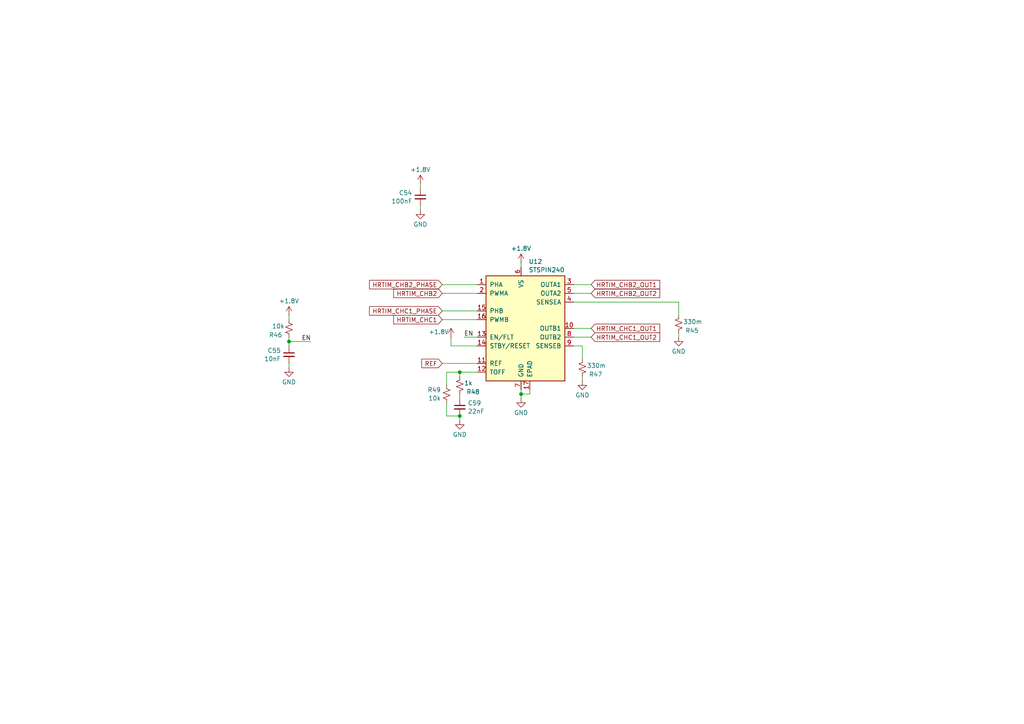
<source format=kicad_sch>
(kicad_sch
	(version 20231120)
	(generator "eeschema")
	(generator_version "8.0")
	(uuid "678b9aec-26bf-4f27-ba87-71e2ec76edda")
	(paper "A4")
	(lib_symbols
		(symbol "Device:C_Small"
			(pin_numbers hide)
			(pin_names
				(offset 0.254) hide)
			(exclude_from_sim no)
			(in_bom yes)
			(on_board yes)
			(property "Reference" "C"
				(at 0.254 1.778 0)
				(effects
					(font
						(size 1.27 1.27)
					)
					(justify left)
				)
			)
			(property "Value" "C_Small"
				(at 0.254 -2.032 0)
				(effects
					(font
						(size 1.27 1.27)
					)
					(justify left)
				)
			)
			(property "Footprint" ""
				(at 0 0 0)
				(effects
					(font
						(size 1.27 1.27)
					)
					(hide yes)
				)
			)
			(property "Datasheet" "~"
				(at 0 0 0)
				(effects
					(font
						(size 1.27 1.27)
					)
					(hide yes)
				)
			)
			(property "Description" "Unpolarized capacitor, small symbol"
				(at 0 0 0)
				(effects
					(font
						(size 1.27 1.27)
					)
					(hide yes)
				)
			)
			(property "ki_keywords" "capacitor cap"
				(at 0 0 0)
				(effects
					(font
						(size 1.27 1.27)
					)
					(hide yes)
				)
			)
			(property "ki_fp_filters" "C_*"
				(at 0 0 0)
				(effects
					(font
						(size 1.27 1.27)
					)
					(hide yes)
				)
			)
			(symbol "C_Small_0_1"
				(polyline
					(pts
						(xy -1.524 -0.508) (xy 1.524 -0.508)
					)
					(stroke
						(width 0.3302)
						(type default)
					)
					(fill
						(type none)
					)
				)
				(polyline
					(pts
						(xy -1.524 0.508) (xy 1.524 0.508)
					)
					(stroke
						(width 0.3048)
						(type default)
					)
					(fill
						(type none)
					)
				)
			)
			(symbol "C_Small_1_1"
				(pin passive line
					(at 0 2.54 270)
					(length 2.032)
					(name "~"
						(effects
							(font
								(size 1.27 1.27)
							)
						)
					)
					(number "1"
						(effects
							(font
								(size 1.27 1.27)
							)
						)
					)
				)
				(pin passive line
					(at 0 -2.54 90)
					(length 2.032)
					(name "~"
						(effects
							(font
								(size 1.27 1.27)
							)
						)
					)
					(number "2"
						(effects
							(font
								(size 1.27 1.27)
							)
						)
					)
				)
			)
		)
		(symbol "Device:R_Small_US"
			(pin_numbers hide)
			(pin_names
				(offset 0.254) hide)
			(exclude_from_sim no)
			(in_bom yes)
			(on_board yes)
			(property "Reference" "R"
				(at 0.762 0.508 0)
				(effects
					(font
						(size 1.27 1.27)
					)
					(justify left)
				)
			)
			(property "Value" "R_Small_US"
				(at 0.762 -1.016 0)
				(effects
					(font
						(size 1.27 1.27)
					)
					(justify left)
				)
			)
			(property "Footprint" ""
				(at 0 0 0)
				(effects
					(font
						(size 1.27 1.27)
					)
					(hide yes)
				)
			)
			(property "Datasheet" "~"
				(at 0 0 0)
				(effects
					(font
						(size 1.27 1.27)
					)
					(hide yes)
				)
			)
			(property "Description" "Resistor, small US symbol"
				(at 0 0 0)
				(effects
					(font
						(size 1.27 1.27)
					)
					(hide yes)
				)
			)
			(property "ki_keywords" "r resistor"
				(at 0 0 0)
				(effects
					(font
						(size 1.27 1.27)
					)
					(hide yes)
				)
			)
			(property "ki_fp_filters" "R_*"
				(at 0 0 0)
				(effects
					(font
						(size 1.27 1.27)
					)
					(hide yes)
				)
			)
			(symbol "R_Small_US_1_1"
				(polyline
					(pts
						(xy 0 0) (xy 1.016 -0.381) (xy 0 -0.762) (xy -1.016 -1.143) (xy 0 -1.524)
					)
					(stroke
						(width 0)
						(type default)
					)
					(fill
						(type none)
					)
				)
				(polyline
					(pts
						(xy 0 1.524) (xy 1.016 1.143) (xy 0 0.762) (xy -1.016 0.381) (xy 0 0)
					)
					(stroke
						(width 0)
						(type default)
					)
					(fill
						(type none)
					)
				)
				(pin passive line
					(at 0 2.54 270)
					(length 1.016)
					(name "~"
						(effects
							(font
								(size 1.27 1.27)
							)
						)
					)
					(number "1"
						(effects
							(font
								(size 1.27 1.27)
							)
						)
					)
				)
				(pin passive line
					(at 0 -2.54 90)
					(length 1.016)
					(name "~"
						(effects
							(font
								(size 1.27 1.27)
							)
						)
					)
					(number "2"
						(effects
							(font
								(size 1.27 1.27)
							)
						)
					)
				)
			)
		)
		(symbol "Driver_Motor:STSPIN240"
			(pin_names
				(offset 1.016)
			)
			(exclude_from_sim no)
			(in_bom yes)
			(on_board yes)
			(property "Reference" "U"
				(at -10.16 16.51 0)
				(effects
					(font
						(size 1.27 1.27)
					)
					(justify left)
				)
			)
			(property "Value" "STSPIN240"
				(at 5.08 16.51 0)
				(effects
					(font
						(size 1.27 1.27)
					)
					(justify left)
				)
			)
			(property "Footprint" "Package_DFN_QFN:VQFN-16-1EP_3x3mm_P0.5mm_EP1.8x1.8mm"
				(at 5.08 19.05 0)
				(effects
					(font
						(size 1.27 1.27)
					)
					(justify left)
					(hide yes)
				)
			)
			(property "Datasheet" "www.st.com/resource/en/datasheet/stspin240.pdf"
				(at 3.81 6.35 0)
				(effects
					(font
						(size 1.27 1.27)
					)
					(hide yes)
				)
			)
			(property "Description" "Low voltage dual brush DC motor driver, 1.8V to 10V input, 1.3Arms output, 0.4Ω Rdson per phase (typical), QFN-16 package"
				(at 0 0 0)
				(effects
					(font
						(size 1.27 1.27)
					)
					(hide yes)
				)
			)
			(property "ki_keywords" "motor driver dc brushed"
				(at 0 0 0)
				(effects
					(font
						(size 1.27 1.27)
					)
					(hide yes)
				)
			)
			(property "ki_fp_filters" "VQFN*1EP*3x3mm*P0.5mm*"
				(at 0 0 0)
				(effects
					(font
						(size 1.27 1.27)
					)
					(hide yes)
				)
			)
			(symbol "STSPIN240_0_1"
				(rectangle
					(start -10.16 15.24)
					(end 12.7 -15.24)
					(stroke
						(width 0.254)
						(type default)
					)
					(fill
						(type background)
					)
				)
			)
			(symbol "STSPIN240_1_1"
				(pin input line
					(at -12.7 12.7 0)
					(length 2.54)
					(name "PHA"
						(effects
							(font
								(size 1.27 1.27)
							)
						)
					)
					(number "1"
						(effects
							(font
								(size 1.27 1.27)
							)
						)
					)
				)
				(pin power_out line
					(at 15.24 0 180)
					(length 2.54)
					(name "OUTB1"
						(effects
							(font
								(size 1.27 1.27)
							)
						)
					)
					(number "10"
						(effects
							(font
								(size 1.27 1.27)
							)
						)
					)
				)
				(pin input line
					(at -12.7 -10.16 0)
					(length 2.54)
					(name "REF"
						(effects
							(font
								(size 1.27 1.27)
							)
						)
					)
					(number "11"
						(effects
							(font
								(size 1.27 1.27)
							)
						)
					)
				)
				(pin input line
					(at -12.7 -12.7 0)
					(length 2.54)
					(name "TOFF"
						(effects
							(font
								(size 1.27 1.27)
							)
						)
					)
					(number "12"
						(effects
							(font
								(size 1.27 1.27)
							)
						)
					)
				)
				(pin bidirectional line
					(at -12.7 -2.54 0)
					(length 2.54)
					(name "EN/FLT"
						(effects
							(font
								(size 1.27 1.27)
							)
						)
					)
					(number "13"
						(effects
							(font
								(size 1.27 1.27)
							)
						)
					)
				)
				(pin input line
					(at -12.7 -5.08 0)
					(length 2.54)
					(name "STBY/RESET"
						(effects
							(font
								(size 1.27 1.27)
							)
						)
					)
					(number "14"
						(effects
							(font
								(size 1.27 1.27)
							)
						)
					)
				)
				(pin input line
					(at -12.7 5.08 0)
					(length 2.54)
					(name "PHB"
						(effects
							(font
								(size 1.27 1.27)
							)
						)
					)
					(number "15"
						(effects
							(font
								(size 1.27 1.27)
							)
						)
					)
				)
				(pin input line
					(at -12.7 2.54 0)
					(length 2.54)
					(name "PWMB"
						(effects
							(font
								(size 1.27 1.27)
							)
						)
					)
					(number "16"
						(effects
							(font
								(size 1.27 1.27)
							)
						)
					)
				)
				(pin power_in line
					(at 2.54 -17.78 90)
					(length 2.54)
					(name "EPAD"
						(effects
							(font
								(size 1.27 1.27)
							)
						)
					)
					(number "17"
						(effects
							(font
								(size 1.27 1.27)
							)
						)
					)
				)
				(pin input line
					(at -12.7 10.16 0)
					(length 2.54)
					(name "PWMA"
						(effects
							(font
								(size 1.27 1.27)
							)
						)
					)
					(number "2"
						(effects
							(font
								(size 1.27 1.27)
							)
						)
					)
				)
				(pin power_out line
					(at 15.24 12.7 180)
					(length 2.54)
					(name "OUTA1"
						(effects
							(font
								(size 1.27 1.27)
							)
						)
					)
					(number "3"
						(effects
							(font
								(size 1.27 1.27)
							)
						)
					)
				)
				(pin power_out line
					(at 15.24 7.62 180)
					(length 2.54)
					(name "SENSEA"
						(effects
							(font
								(size 1.27 1.27)
							)
						)
					)
					(number "4"
						(effects
							(font
								(size 1.27 1.27)
							)
						)
					)
				)
				(pin power_out line
					(at 15.24 10.16 180)
					(length 2.54)
					(name "OUTA2"
						(effects
							(font
								(size 1.27 1.27)
							)
						)
					)
					(number "5"
						(effects
							(font
								(size 1.27 1.27)
							)
						)
					)
				)
				(pin power_in line
					(at 0 17.78 270)
					(length 2.54)
					(name "VS"
						(effects
							(font
								(size 1.27 1.27)
							)
						)
					)
					(number "6"
						(effects
							(font
								(size 1.27 1.27)
							)
						)
					)
				)
				(pin power_in line
					(at 0 -17.78 90)
					(length 2.54)
					(name "GND"
						(effects
							(font
								(size 1.27 1.27)
							)
						)
					)
					(number "7"
						(effects
							(font
								(size 1.27 1.27)
							)
						)
					)
				)
				(pin power_out line
					(at 15.24 -2.54 180)
					(length 2.54)
					(name "OUTB2"
						(effects
							(font
								(size 1.27 1.27)
							)
						)
					)
					(number "8"
						(effects
							(font
								(size 1.27 1.27)
							)
						)
					)
				)
				(pin power_out line
					(at 15.24 -5.08 180)
					(length 2.54)
					(name "SENSEB"
						(effects
							(font
								(size 1.27 1.27)
							)
						)
					)
					(number "9"
						(effects
							(font
								(size 1.27 1.27)
							)
						)
					)
				)
			)
		)
		(symbol "power:+1V8"
			(power)
			(pin_numbers hide)
			(pin_names
				(offset 0) hide)
			(exclude_from_sim no)
			(in_bom yes)
			(on_board yes)
			(property "Reference" "#PWR"
				(at 0 -3.81 0)
				(effects
					(font
						(size 1.27 1.27)
					)
					(hide yes)
				)
			)
			(property "Value" "+1V8"
				(at 0 3.556 0)
				(effects
					(font
						(size 1.27 1.27)
					)
				)
			)
			(property "Footprint" ""
				(at 0 0 0)
				(effects
					(font
						(size 1.27 1.27)
					)
					(hide yes)
				)
			)
			(property "Datasheet" ""
				(at 0 0 0)
				(effects
					(font
						(size 1.27 1.27)
					)
					(hide yes)
				)
			)
			(property "Description" "Power symbol creates a global label with name \"+1V8\""
				(at 0 0 0)
				(effects
					(font
						(size 1.27 1.27)
					)
					(hide yes)
				)
			)
			(property "ki_keywords" "global power"
				(at 0 0 0)
				(effects
					(font
						(size 1.27 1.27)
					)
					(hide yes)
				)
			)
			(symbol "+1V8_0_1"
				(polyline
					(pts
						(xy -0.762 1.27) (xy 0 2.54)
					)
					(stroke
						(width 0)
						(type default)
					)
					(fill
						(type none)
					)
				)
				(polyline
					(pts
						(xy 0 0) (xy 0 2.54)
					)
					(stroke
						(width 0)
						(type default)
					)
					(fill
						(type none)
					)
				)
				(polyline
					(pts
						(xy 0 2.54) (xy 0.762 1.27)
					)
					(stroke
						(width 0)
						(type default)
					)
					(fill
						(type none)
					)
				)
			)
			(symbol "+1V8_1_1"
				(pin power_in line
					(at 0 0 90)
					(length 0)
					(name "~"
						(effects
							(font
								(size 1.27 1.27)
							)
						)
					)
					(number "1"
						(effects
							(font
								(size 1.27 1.27)
							)
						)
					)
				)
			)
		)
		(symbol "power:GND"
			(power)
			(pin_numbers hide)
			(pin_names
				(offset 0) hide)
			(exclude_from_sim no)
			(in_bom yes)
			(on_board yes)
			(property "Reference" "#PWR"
				(at 0 -6.35 0)
				(effects
					(font
						(size 1.27 1.27)
					)
					(hide yes)
				)
			)
			(property "Value" "GND"
				(at 0 -3.81 0)
				(effects
					(font
						(size 1.27 1.27)
					)
				)
			)
			(property "Footprint" ""
				(at 0 0 0)
				(effects
					(font
						(size 1.27 1.27)
					)
					(hide yes)
				)
			)
			(property "Datasheet" ""
				(at 0 0 0)
				(effects
					(font
						(size 1.27 1.27)
					)
					(hide yes)
				)
			)
			(property "Description" "Power symbol creates a global label with name \"GND\" , ground"
				(at 0 0 0)
				(effects
					(font
						(size 1.27 1.27)
					)
					(hide yes)
				)
			)
			(property "ki_keywords" "global power"
				(at 0 0 0)
				(effects
					(font
						(size 1.27 1.27)
					)
					(hide yes)
				)
			)
			(symbol "GND_0_1"
				(polyline
					(pts
						(xy 0 0) (xy 0 -1.27) (xy 1.27 -1.27) (xy 0 -2.54) (xy -1.27 -1.27) (xy 0 -1.27)
					)
					(stroke
						(width 0)
						(type default)
					)
					(fill
						(type none)
					)
				)
			)
			(symbol "GND_1_1"
				(pin power_in line
					(at 0 0 270)
					(length 0)
					(name "~"
						(effects
							(font
								(size 1.27 1.27)
							)
						)
					)
					(number "1"
						(effects
							(font
								(size 1.27 1.27)
							)
						)
					)
				)
			)
		)
	)
	(junction
		(at 133.35 120.65)
		(diameter 0)
		(color 0 0 0 0)
		(uuid "42d6576e-fadb-4563-9fc6-3a42c8f7e3c8")
	)
	(junction
		(at 133.35 107.95)
		(diameter 0)
		(color 0 0 0 0)
		(uuid "667f0bd6-b12d-4faa-987f-927ccb27679f")
	)
	(junction
		(at 151.13 114.3)
		(diameter 0)
		(color 0 0 0 0)
		(uuid "b8536958-cabd-4320-bfca-2face8fcc9a7")
	)
	(junction
		(at 83.82 99.06)
		(diameter 0)
		(color 0 0 0 0)
		(uuid "d7e75411-1de3-452c-afc2-da1331c922c2")
	)
	(wire
		(pts
			(xy 151.13 76.2) (xy 151.13 77.47)
		)
		(stroke
			(width 0)
			(type default)
		)
		(uuid "0df78f29-7091-44f6-a730-ef372ed57675")
	)
	(wire
		(pts
			(xy 133.35 107.95) (xy 133.35 109.22)
		)
		(stroke
			(width 0)
			(type default)
		)
		(uuid "136b5161-d7ef-4375-aa91-e102651a4665")
	)
	(wire
		(pts
			(xy 168.91 100.33) (xy 166.37 100.33)
		)
		(stroke
			(width 0)
			(type default)
		)
		(uuid "154c620a-04df-4b2c-84d6-36da2c79bbea")
	)
	(wire
		(pts
			(xy 121.92 59.69) (xy 121.92 60.96)
		)
		(stroke
			(width 0)
			(type default)
		)
		(uuid "1ea7bd63-8734-448b-980b-014f4ca342f1")
	)
	(wire
		(pts
			(xy 133.35 114.3) (xy 133.35 115.57)
		)
		(stroke
			(width 0)
			(type default)
		)
		(uuid "2081ed10-af47-4487-84ed-017469b4fdb8")
	)
	(wire
		(pts
			(xy 128.27 92.71) (xy 138.43 92.71)
		)
		(stroke
			(width 0)
			(type default)
		)
		(uuid "24beaf91-e7d3-4e03-a638-690a46340679")
	)
	(wire
		(pts
			(xy 168.91 109.22) (xy 168.91 110.49)
		)
		(stroke
			(width 0)
			(type default)
		)
		(uuid "32926c58-e476-43b4-99b4-f50b1bd7289c")
	)
	(wire
		(pts
			(xy 83.82 99.06) (xy 83.82 100.33)
		)
		(stroke
			(width 0)
			(type default)
		)
		(uuid "3421b40e-45e7-4ac7-915c-5c46804131b9")
	)
	(wire
		(pts
			(xy 129.54 120.65) (xy 133.35 120.65)
		)
		(stroke
			(width 0)
			(type default)
		)
		(uuid "416fd5ac-a650-418e-931e-fcded8135e33")
	)
	(wire
		(pts
			(xy 128.27 90.17) (xy 138.43 90.17)
		)
		(stroke
			(width 0)
			(type default)
		)
		(uuid "424cc603-8d4e-4823-ae49-81b1618ee283")
	)
	(wire
		(pts
			(xy 168.91 104.14) (xy 168.91 100.33)
		)
		(stroke
			(width 0)
			(type default)
		)
		(uuid "48380410-9649-43e2-908f-c3ad67ad29b7")
	)
	(wire
		(pts
			(xy 151.13 113.03) (xy 151.13 114.3)
		)
		(stroke
			(width 0)
			(type default)
		)
		(uuid "5cf3c158-a797-45ff-8d5c-d0d1fafe3a22")
	)
	(wire
		(pts
			(xy 83.82 105.41) (xy 83.82 106.68)
		)
		(stroke
			(width 0)
			(type default)
		)
		(uuid "63b91a7c-7c95-4637-acd6-fcc77520c5dc")
	)
	(wire
		(pts
			(xy 196.85 87.63) (xy 196.85 91.44)
		)
		(stroke
			(width 0)
			(type default)
		)
		(uuid "6e4cef16-5184-4768-b13c-e683484dc67d")
	)
	(wire
		(pts
			(xy 129.54 107.95) (xy 133.35 107.95)
		)
		(stroke
			(width 0)
			(type default)
		)
		(uuid "7a2f5d6d-f89b-4009-be9b-50d00f32949b")
	)
	(wire
		(pts
			(xy 128.27 82.55) (xy 138.43 82.55)
		)
		(stroke
			(width 0)
			(type default)
		)
		(uuid "803c6951-769d-4787-a8a8-9d5548901c73")
	)
	(wire
		(pts
			(xy 121.92 53.34) (xy 121.92 54.61)
		)
		(stroke
			(width 0)
			(type default)
		)
		(uuid "81df2ca9-c94f-4f2b-a3c6-fd7d2f5cd330")
	)
	(wire
		(pts
			(xy 171.45 97.79) (xy 166.37 97.79)
		)
		(stroke
			(width 0)
			(type default)
		)
		(uuid "86b89144-a35d-4606-bee6-e66409accc8b")
	)
	(wire
		(pts
			(xy 138.43 97.79) (xy 134.62 97.79)
		)
		(stroke
			(width 0)
			(type default)
		)
		(uuid "87ebdfcb-394e-45c3-bb85-92d5e78fab56")
	)
	(wire
		(pts
			(xy 128.27 85.09) (xy 138.43 85.09)
		)
		(stroke
			(width 0)
			(type default)
		)
		(uuid "8e1f1e4d-a6da-4aa4-97a4-ceec37ac802b")
	)
	(wire
		(pts
			(xy 171.45 82.55) (xy 166.37 82.55)
		)
		(stroke
			(width 0)
			(type default)
		)
		(uuid "9073e5b9-c9af-4baa-b7cc-01e4e0e8170f")
	)
	(wire
		(pts
			(xy 133.35 107.95) (xy 138.43 107.95)
		)
		(stroke
			(width 0)
			(type default)
		)
		(uuid "af0d2cc6-489d-454c-9b05-ca897f917682")
	)
	(wire
		(pts
			(xy 130.81 100.33) (xy 138.43 100.33)
		)
		(stroke
			(width 0)
			(type default)
		)
		(uuid "b17469f9-4bfa-4158-bb7d-36070dad954a")
	)
	(wire
		(pts
			(xy 130.81 97.79) (xy 130.81 100.33)
		)
		(stroke
			(width 0)
			(type default)
		)
		(uuid "b99a87d4-af7a-4089-919c-45c7b3e63e22")
	)
	(wire
		(pts
			(xy 83.82 97.79) (xy 83.82 99.06)
		)
		(stroke
			(width 0)
			(type default)
		)
		(uuid "bab4188a-e630-4411-9ebd-0ebfae15cdb7")
	)
	(wire
		(pts
			(xy 171.45 85.09) (xy 166.37 85.09)
		)
		(stroke
			(width 0)
			(type default)
		)
		(uuid "bdd1b05d-dd6b-43d2-8213-f03d27a27000")
	)
	(wire
		(pts
			(xy 151.13 114.3) (xy 151.13 115.57)
		)
		(stroke
			(width 0)
			(type default)
		)
		(uuid "c05a63b7-2286-49ac-88b8-9c002ca85a9b")
	)
	(wire
		(pts
			(xy 196.85 87.63) (xy 166.37 87.63)
		)
		(stroke
			(width 0)
			(type default)
		)
		(uuid "c703d5d0-28ac-450a-9e81-ebc92b083f82")
	)
	(wire
		(pts
			(xy 128.27 105.41) (xy 138.43 105.41)
		)
		(stroke
			(width 0)
			(type default)
		)
		(uuid "d35195cc-7528-460d-9bc1-1c284727c64a")
	)
	(wire
		(pts
			(xy 129.54 116.84) (xy 129.54 120.65)
		)
		(stroke
			(width 0)
			(type default)
		)
		(uuid "df4c6b07-3cee-4d76-82ac-68278b1b2a0b")
	)
	(wire
		(pts
			(xy 83.82 91.44) (xy 83.82 92.71)
		)
		(stroke
			(width 0)
			(type default)
		)
		(uuid "e0f0e4df-3c11-491b-8c83-7b2feb1c5868")
	)
	(wire
		(pts
			(xy 153.67 114.3) (xy 153.67 113.03)
		)
		(stroke
			(width 0)
			(type default)
		)
		(uuid "e511d5ce-c0d6-4f17-bf9c-e17cd78b2211")
	)
	(wire
		(pts
			(xy 83.82 99.06) (xy 90.17 99.06)
		)
		(stroke
			(width 0)
			(type default)
		)
		(uuid "e535f119-b11d-44d9-8320-a66c01ce3ac1")
	)
	(wire
		(pts
			(xy 129.54 107.95) (xy 129.54 111.76)
		)
		(stroke
			(width 0)
			(type default)
		)
		(uuid "ea7df6dd-d206-4b50-ba0f-4867bd8d5e3c")
	)
	(wire
		(pts
			(xy 196.85 96.52) (xy 196.85 97.79)
		)
		(stroke
			(width 0)
			(type default)
		)
		(uuid "eedb8325-9b7d-43e3-aeb3-3c1bcc0fd479")
	)
	(wire
		(pts
			(xy 151.13 114.3) (xy 153.67 114.3)
		)
		(stroke
			(width 0)
			(type default)
		)
		(uuid "f25e5032-c755-44ef-8098-cb8f9e78830f")
	)
	(wire
		(pts
			(xy 171.45 95.25) (xy 166.37 95.25)
		)
		(stroke
			(width 0)
			(type default)
		)
		(uuid "f53cb537-a4c1-47fa-b30f-4b9840c5326a")
	)
	(wire
		(pts
			(xy 133.35 121.92) (xy 133.35 120.65)
		)
		(stroke
			(width 0)
			(type default)
		)
		(uuid "fcb6524b-ad1e-4656-ace8-fb400e227a7f")
	)
	(label "EN"
		(at 134.62 97.79 0)
		(fields_autoplaced yes)
		(effects
			(font
				(size 1.27 1.27)
			)
			(justify left bottom)
		)
		(uuid "2d735b23-4b75-4cc8-8522-77b72559e13e")
	)
	(label "EN"
		(at 90.17 99.06 180)
		(fields_autoplaced yes)
		(effects
			(font
				(size 1.27 1.27)
			)
			(justify right bottom)
		)
		(uuid "fc3e2e52-2328-484c-bc85-8e920ea7a8f4")
	)
	(global_label "HRTIM_CHB2_OUT2"
		(shape input)
		(at 171.45 85.09 0)
		(fields_autoplaced yes)
		(effects
			(font
				(size 1.27 1.27)
			)
			(justify left)
		)
		(uuid "07ab8e57-fd3a-4c25-9511-1406412afa5c")
		(property "Intersheetrefs" "${INTERSHEET_REFS}"
			(at 191.9128 85.09 0)
			(effects
				(font
					(size 1.27 1.27)
				)
				(justify left)
				(hide yes)
			)
		)
	)
	(global_label "HRTIM_CHC1"
		(shape input)
		(at 128.27 92.71 180)
		(fields_autoplaced yes)
		(effects
			(font
				(size 1.27 1.27)
			)
			(justify right)
		)
		(uuid "58b2eda6-4dac-4b30-9252-55102a16717b")
		(property "Intersheetrefs" "${INTERSHEET_REFS}"
			(at 113.6129 92.71 0)
			(effects
				(font
					(size 1.27 1.27)
				)
				(justify right)
				(hide yes)
			)
		)
	)
	(global_label "HRTIM_CHC1_OUT1"
		(shape input)
		(at 171.45 95.25 0)
		(fields_autoplaced yes)
		(effects
			(font
				(size 1.27 1.27)
			)
			(justify left)
		)
		(uuid "75c49061-8212-4cc6-9de1-55c38db7b3a6")
		(property "Intersheetrefs" "${INTERSHEET_REFS}"
			(at 191.9128 95.25 0)
			(effects
				(font
					(size 1.27 1.27)
				)
				(justify left)
				(hide yes)
			)
		)
	)
	(global_label "HRTIM_CHC1_PHASE"
		(shape input)
		(at 128.27 90.17 180)
		(fields_autoplaced yes)
		(effects
			(font
				(size 1.27 1.27)
			)
			(justify right)
		)
		(uuid "8b813cc2-a0aa-4d22-9809-183b5a09753d")
		(property "Intersheetrefs" "${INTERSHEET_REFS}"
			(at 106.5977 90.17 0)
			(effects
				(font
					(size 1.27 1.27)
				)
				(justify right)
				(hide yes)
			)
		)
	)
	(global_label "HRTIM_CHC1_OUT2"
		(shape input)
		(at 171.45 97.79 0)
		(fields_autoplaced yes)
		(effects
			(font
				(size 1.27 1.27)
			)
			(justify left)
		)
		(uuid "9a34a1ad-ebde-4a1e-8eeb-095cbf2b7b9a")
		(property "Intersheetrefs" "${INTERSHEET_REFS}"
			(at 191.9128 97.79 0)
			(effects
				(font
					(size 1.27 1.27)
				)
				(justify left)
				(hide yes)
			)
		)
	)
	(global_label "REF"
		(shape input)
		(at 128.27 105.41 180)
		(fields_autoplaced yes)
		(effects
			(font
				(size 1.27 1.27)
			)
			(justify right)
		)
		(uuid "a0dc2bc4-5b4f-4c18-86e8-8fa5de828bae")
		(property "Intersheetrefs" "${INTERSHEET_REFS}"
			(at 121.7772 105.41 0)
			(effects
				(font
					(size 1.27 1.27)
				)
				(justify right)
				(hide yes)
			)
		)
	)
	(global_label "HRTIM_CHB2_PHASE"
		(shape input)
		(at 128.27 82.55 180)
		(fields_autoplaced yes)
		(effects
			(font
				(size 1.27 1.27)
			)
			(justify right)
		)
		(uuid "a4881ba1-4837-43a5-b98c-30b78eaa4774")
		(property "Intersheetrefs" "${INTERSHEET_REFS}"
			(at 106.5977 82.55 0)
			(effects
				(font
					(size 1.27 1.27)
				)
				(justify right)
				(hide yes)
			)
		)
	)
	(global_label "HRTIM_CHB2_OUT1"
		(shape input)
		(at 171.45 82.55 0)
		(fields_autoplaced yes)
		(effects
			(font
				(size 1.27 1.27)
			)
			(justify left)
		)
		(uuid "a8c80823-3629-4787-a612-6a693a90ce91")
		(property "Intersheetrefs" "${INTERSHEET_REFS}"
			(at 191.9128 82.55 0)
			(effects
				(font
					(size 1.27 1.27)
				)
				(justify left)
				(hide yes)
			)
		)
	)
	(global_label "HRTIM_CHB2"
		(shape input)
		(at 128.27 85.09 180)
		(fields_autoplaced yes)
		(effects
			(font
				(size 1.27 1.27)
			)
			(justify right)
		)
		(uuid "b6dee8e1-f56e-4501-a1ed-fa3e6493b6f5")
		(property "Intersheetrefs" "${INTERSHEET_REFS}"
			(at 113.6129 85.09 0)
			(effects
				(font
					(size 1.27 1.27)
				)
				(justify right)
				(hide yes)
			)
		)
	)
	(symbol
		(lib_id "Device:R_Small_US")
		(at 133.35 111.76 0)
		(mirror y)
		(unit 1)
		(exclude_from_sim no)
		(in_bom yes)
		(on_board yes)
		(dnp no)
		(uuid "08d3599f-af0c-44bb-81d5-91e8f1f358cf")
		(property "Reference" "R48"
			(at 135.255 113.665 0)
			(effects
				(font
					(size 1.27 1.27)
				)
				(justify right)
			)
		)
		(property "Value" "1k"
			(at 134.62 111.125 0)
			(effects
				(font
					(size 1.27 1.27)
				)
				(justify right)
			)
		)
		(property "Footprint" "Resistor_SMD:R_0402_1005Metric"
			(at 133.35 111.76 0)
			(effects
				(font
					(size 1.27 1.27)
				)
				(hide yes)
			)
		)
		(property "Datasheet" "~"
			(at 133.35 111.76 0)
			(effects
				(font
					(size 1.27 1.27)
				)
				(hide yes)
			)
		)
		(property "Description" ""
			(at 133.35 111.76 0)
			(effects
				(font
					(size 1.27 1.27)
				)
				(hide yes)
			)
		)
		(property "LCSC" "C11702"
			(at 133.35 111.76 0)
			(effects
				(font
					(size 1.27 1.27)
				)
				(hide yes)
			)
		)
		(pin "1"
			(uuid "520cc536-f2af-4093-9c89-99c22b303949")
		)
		(pin "2"
			(uuid "6d27895e-5584-4a35-a191-ef74435461a2")
		)
		(instances
			(project "kasm_pcb_rev2"
				(path "/b88f3414-095b-412c-ac5e-63ceec91c7e6/2d3f9a94-2f4e-4d4f-b431-cd37d3bb57a3/400ba713-db52-4cf9-8d6d-3da940ba480c"
					(reference "R48")
					(unit 1)
				)
			)
		)
	)
	(symbol
		(lib_id "power:GND")
		(at 151.13 115.57 0)
		(unit 1)
		(exclude_from_sim no)
		(in_bom yes)
		(on_board yes)
		(dnp no)
		(uuid "0999cc4d-196e-43d7-9300-6dc4805e5618")
		(property "Reference" "#PWR0124"
			(at 151.13 121.92 0)
			(effects
				(font
					(size 1.27 1.27)
				)
				(hide yes)
			)
		)
		(property "Value" "GND"
			(at 151.13 119.7031 0)
			(effects
				(font
					(size 1.27 1.27)
				)
			)
		)
		(property "Footprint" ""
			(at 151.13 115.57 0)
			(effects
				(font
					(size 1.27 1.27)
				)
				(hide yes)
			)
		)
		(property "Datasheet" ""
			(at 151.13 115.57 0)
			(effects
				(font
					(size 1.27 1.27)
				)
				(hide yes)
			)
		)
		(property "Description" "Power symbol creates a global label with name \"GND\" , ground"
			(at 151.13 115.57 0)
			(effects
				(font
					(size 1.27 1.27)
				)
				(hide yes)
			)
		)
		(pin "1"
			(uuid "01c8d304-92ab-4c38-9ee6-bb49e7f47521")
		)
		(instances
			(project "kasm_pcb_rev2"
				(path "/b88f3414-095b-412c-ac5e-63ceec91c7e6/2d3f9a94-2f4e-4d4f-b431-cd37d3bb57a3/400ba713-db52-4cf9-8d6d-3da940ba480c"
					(reference "#PWR0124")
					(unit 1)
				)
			)
		)
	)
	(symbol
		(lib_id "Device:R_Small_US")
		(at 196.85 93.98 0)
		(mirror y)
		(unit 1)
		(exclude_from_sim no)
		(in_bom yes)
		(on_board yes)
		(dnp no)
		(uuid "0c943832-355b-4dd2-80d1-86cc87ab732c")
		(property "Reference" "R45"
			(at 198.755 95.885 0)
			(effects
				(font
					(size 1.27 1.27)
				)
				(justify right)
			)
		)
		(property "Value" "330m"
			(at 198.12 93.345 0)
			(effects
				(font
					(size 1.27 1.27)
				)
				(justify right)
			)
		)
		(property "Footprint" "Resistor_SMD:R_0402_1005Metric"
			(at 196.85 93.98 0)
			(effects
				(font
					(size 1.27 1.27)
				)
				(hide yes)
			)
		)
		(property "Datasheet" "~"
			(at 196.85 93.98 0)
			(effects
				(font
					(size 1.27 1.27)
				)
				(hide yes)
			)
		)
		(property "Description" ""
			(at 196.85 93.98 0)
			(effects
				(font
					(size 1.27 1.27)
				)
				(hide yes)
			)
		)
		(property "LCSC" "C332660"
			(at 196.85 93.98 0)
			(effects
				(font
					(size 1.27 1.27)
				)
				(hide yes)
			)
		)
		(pin "1"
			(uuid "57d730c9-355f-4784-b711-036a1073d2a4")
		)
		(pin "2"
			(uuid "b0acd83e-7dfa-44f5-8902-f6cbfe4aaaab")
		)
		(instances
			(project "kasm_pcb_rev2"
				(path "/b88f3414-095b-412c-ac5e-63ceec91c7e6/2d3f9a94-2f4e-4d4f-b431-cd37d3bb57a3/400ba713-db52-4cf9-8d6d-3da940ba480c"
					(reference "R45")
					(unit 1)
				)
			)
		)
	)
	(symbol
		(lib_id "power:GND")
		(at 133.35 121.92 0)
		(unit 1)
		(exclude_from_sim no)
		(in_bom yes)
		(on_board yes)
		(dnp no)
		(uuid "14826b93-6e2a-40a6-8261-c4025ad4b572")
		(property "Reference" "#PWR0125"
			(at 133.35 128.27 0)
			(effects
				(font
					(size 1.27 1.27)
				)
				(hide yes)
			)
		)
		(property "Value" "GND"
			(at 133.35 126.0531 0)
			(effects
				(font
					(size 1.27 1.27)
				)
			)
		)
		(property "Footprint" ""
			(at 133.35 121.92 0)
			(effects
				(font
					(size 1.27 1.27)
				)
				(hide yes)
			)
		)
		(property "Datasheet" ""
			(at 133.35 121.92 0)
			(effects
				(font
					(size 1.27 1.27)
				)
				(hide yes)
			)
		)
		(property "Description" "Power symbol creates a global label with name \"GND\" , ground"
			(at 133.35 121.92 0)
			(effects
				(font
					(size 1.27 1.27)
				)
				(hide yes)
			)
		)
		(pin "1"
			(uuid "e8b8079c-b48f-4a26-a36d-ad370f272bfa")
		)
		(instances
			(project "kasm_pcb_rev2"
				(path "/b88f3414-095b-412c-ac5e-63ceec91c7e6/2d3f9a94-2f4e-4d4f-b431-cd37d3bb57a3/400ba713-db52-4cf9-8d6d-3da940ba480c"
					(reference "#PWR0125")
					(unit 1)
				)
			)
		)
	)
	(symbol
		(lib_id "Device:R_Small_US")
		(at 83.82 95.25 0)
		(unit 1)
		(exclude_from_sim no)
		(in_bom yes)
		(on_board yes)
		(dnp no)
		(uuid "23119a32-3781-4e14-9518-f3722f383c32")
		(property "Reference" "R46"
			(at 81.915 97.155 0)
			(effects
				(font
					(size 1.27 1.27)
				)
				(justify right)
			)
		)
		(property "Value" "10k"
			(at 82.55 94.615 0)
			(effects
				(font
					(size 1.27 1.27)
				)
				(justify right)
			)
		)
		(property "Footprint" "Resistor_SMD:R_0402_1005Metric"
			(at 83.82 95.25 0)
			(effects
				(font
					(size 1.27 1.27)
				)
				(hide yes)
			)
		)
		(property "Datasheet" "~"
			(at 83.82 95.25 0)
			(effects
				(font
					(size 1.27 1.27)
				)
				(hide yes)
			)
		)
		(property "Description" ""
			(at 83.82 95.25 0)
			(effects
				(font
					(size 1.27 1.27)
				)
				(hide yes)
			)
		)
		(property "LCSC" "C25744"
			(at 83.82 95.25 0)
			(effects
				(font
					(size 1.27 1.27)
				)
				(hide yes)
			)
		)
		(pin "1"
			(uuid "d81662fd-b7ee-4cd3-835e-4201edb14a83")
		)
		(pin "2"
			(uuid "161611a2-a90e-4351-9765-90a80e4e7081")
		)
		(instances
			(project "kasm_pcb_rev2"
				(path "/b88f3414-095b-412c-ac5e-63ceec91c7e6/2d3f9a94-2f4e-4d4f-b431-cd37d3bb57a3/400ba713-db52-4cf9-8d6d-3da940ba480c"
					(reference "R46")
					(unit 1)
				)
			)
		)
	)
	(symbol
		(lib_id "power:+1V8")
		(at 130.81 97.79 0)
		(unit 1)
		(exclude_from_sim no)
		(in_bom yes)
		(on_board yes)
		(dnp no)
		(uuid "47419cb7-ae1c-489c-b519-ae9a5c0d2b1e")
		(property "Reference" "#PWR0120"
			(at 130.81 101.6 0)
			(effects
				(font
					(size 1.27 1.27)
				)
				(hide yes)
			)
		)
		(property "Value" "+1.8V"
			(at 127.254 96.266 0)
			(effects
				(font
					(size 1.27 1.27)
				)
			)
		)
		(property "Footprint" ""
			(at 130.81 97.79 0)
			(effects
				(font
					(size 1.27 1.27)
				)
				(hide yes)
			)
		)
		(property "Datasheet" ""
			(at 130.81 97.79 0)
			(effects
				(font
					(size 1.27 1.27)
				)
				(hide yes)
			)
		)
		(property "Description" "Power symbol creates a global label with name \"+1V8\""
			(at 130.81 97.79 0)
			(effects
				(font
					(size 1.27 1.27)
				)
				(hide yes)
			)
		)
		(pin "1"
			(uuid "053ca9e1-1fa5-4cbe-93b1-01fdae85988d")
		)
		(instances
			(project "kasm_pcb_rev2"
				(path "/b88f3414-095b-412c-ac5e-63ceec91c7e6/2d3f9a94-2f4e-4d4f-b431-cd37d3bb57a3/400ba713-db52-4cf9-8d6d-3da940ba480c"
					(reference "#PWR0120")
					(unit 1)
				)
			)
		)
	)
	(symbol
		(lib_id "Device:R_Small_US")
		(at 168.91 106.68 0)
		(mirror y)
		(unit 1)
		(exclude_from_sim no)
		(in_bom yes)
		(on_board yes)
		(dnp no)
		(uuid "573e37f4-27b0-4a2f-aa61-feaccf55e8aa")
		(property "Reference" "R47"
			(at 170.815 108.585 0)
			(effects
				(font
					(size 1.27 1.27)
				)
				(justify right)
			)
		)
		(property "Value" "330m"
			(at 170.18 106.045 0)
			(effects
				(font
					(size 1.27 1.27)
				)
				(justify right)
			)
		)
		(property "Footprint" "Resistor_SMD:R_0402_1005Metric"
			(at 168.91 106.68 0)
			(effects
				(font
					(size 1.27 1.27)
				)
				(hide yes)
			)
		)
		(property "Datasheet" "~"
			(at 168.91 106.68 0)
			(effects
				(font
					(size 1.27 1.27)
				)
				(hide yes)
			)
		)
		(property "Description" ""
			(at 168.91 106.68 0)
			(effects
				(font
					(size 1.27 1.27)
				)
				(hide yes)
			)
		)
		(property "LCSC" "C332660"
			(at 168.91 106.68 0)
			(effects
				(font
					(size 1.27 1.27)
				)
				(hide yes)
			)
		)
		(pin "1"
			(uuid "deb5ea79-eada-4ab9-8293-e45ffe29325b")
		)
		(pin "2"
			(uuid "9fb9f794-63ce-4561-8109-da4072feb646")
		)
		(instances
			(project "kasm_pcb_rev2"
				(path "/b88f3414-095b-412c-ac5e-63ceec91c7e6/2d3f9a94-2f4e-4d4f-b431-cd37d3bb57a3/400ba713-db52-4cf9-8d6d-3da940ba480c"
					(reference "R47")
					(unit 1)
				)
			)
		)
	)
	(symbol
		(lib_id "Device:C_Small")
		(at 83.82 102.87 0)
		(mirror y)
		(unit 1)
		(exclude_from_sim no)
		(in_bom yes)
		(on_board yes)
		(dnp no)
		(uuid "8bbefa2f-93dc-492f-a9f9-ce6467de0313")
		(property "Reference" "C55"
			(at 81.4959 101.6642 0)
			(effects
				(font
					(size 1.27 1.27)
				)
				(justify left)
			)
		)
		(property "Value" "10nF"
			(at 81.4959 104.0884 0)
			(effects
				(font
					(size 1.27 1.27)
				)
				(justify left)
			)
		)
		(property "Footprint" "Capacitor_SMD:C_0402_1005Metric"
			(at 83.82 102.87 0)
			(effects
				(font
					(size 1.27 1.27)
				)
				(hide yes)
			)
		)
		(property "Datasheet" "~"
			(at 83.82 102.87 0)
			(effects
				(font
					(size 1.27 1.27)
				)
				(hide yes)
			)
		)
		(property "Description" ""
			(at 83.82 102.87 0)
			(effects
				(font
					(size 1.27 1.27)
				)
				(hide yes)
			)
		)
		(property "LCSC" "C15195"
			(at 83.82 102.87 0)
			(effects
				(font
					(size 1.27 1.27)
				)
				(hide yes)
			)
		)
		(pin "1"
			(uuid "4a0b128f-1011-4cfc-a4f9-a184f8f367cb")
		)
		(pin "2"
			(uuid "7ee64186-dbfa-4b56-9658-efb851b27027")
		)
		(instances
			(project "kasm_pcb_rev2"
				(path "/b88f3414-095b-412c-ac5e-63ceec91c7e6/2d3f9a94-2f4e-4d4f-b431-cd37d3bb57a3/400ba713-db52-4cf9-8d6d-3da940ba480c"
					(reference "C55")
					(unit 1)
				)
			)
		)
	)
	(symbol
		(lib_id "Device:C_Small")
		(at 133.35 118.11 0)
		(unit 1)
		(exclude_from_sim no)
		(in_bom yes)
		(on_board yes)
		(dnp no)
		(uuid "a4b32b01-09cd-40d7-b4bd-05e6b14c732a")
		(property "Reference" "C59"
			(at 135.6741 116.9042 0)
			(effects
				(font
					(size 1.27 1.27)
				)
				(justify left)
			)
		)
		(property "Value" "22nF"
			(at 135.6741 119.3284 0)
			(effects
				(font
					(size 1.27 1.27)
				)
				(justify left)
			)
		)
		(property "Footprint" "Capacitor_SMD:C_0402_1005Metric"
			(at 133.35 118.11 0)
			(effects
				(font
					(size 1.27 1.27)
				)
				(hide yes)
			)
		)
		(property "Datasheet" "~"
			(at 133.35 118.11 0)
			(effects
				(font
					(size 1.27 1.27)
				)
				(hide yes)
			)
		)
		(property "Description" ""
			(at 133.35 118.11 0)
			(effects
				(font
					(size 1.27 1.27)
				)
				(hide yes)
			)
		)
		(property "LCSC" "C1532"
			(at 133.35 118.11 0)
			(effects
				(font
					(size 1.27 1.27)
				)
				(hide yes)
			)
		)
		(pin "1"
			(uuid "8b85e93a-1364-406f-b041-5332cdf1f0d7")
		)
		(pin "2"
			(uuid "1180bcc9-8394-4f27-9980-bdad24b10085")
		)
		(instances
			(project "kasm_pcb_rev2"
				(path "/b88f3414-095b-412c-ac5e-63ceec91c7e6/2d3f9a94-2f4e-4d4f-b431-cd37d3bb57a3/400ba713-db52-4cf9-8d6d-3da940ba480c"
					(reference "C59")
					(unit 1)
				)
			)
		)
	)
	(symbol
		(lib_id "power:GND")
		(at 83.82 106.68 0)
		(unit 1)
		(exclude_from_sim no)
		(in_bom yes)
		(on_board yes)
		(dnp no)
		(uuid "a7e209d7-8814-4e15-94e5-c596746dcf1c")
		(property "Reference" "#PWR0122"
			(at 83.82 113.03 0)
			(effects
				(font
					(size 1.27 1.27)
				)
				(hide yes)
			)
		)
		(property "Value" "GND"
			(at 83.82 110.8131 0)
			(effects
				(font
					(size 1.27 1.27)
				)
			)
		)
		(property "Footprint" ""
			(at 83.82 106.68 0)
			(effects
				(font
					(size 1.27 1.27)
				)
				(hide yes)
			)
		)
		(property "Datasheet" ""
			(at 83.82 106.68 0)
			(effects
				(font
					(size 1.27 1.27)
				)
				(hide yes)
			)
		)
		(property "Description" "Power symbol creates a global label with name \"GND\" , ground"
			(at 83.82 106.68 0)
			(effects
				(font
					(size 1.27 1.27)
				)
				(hide yes)
			)
		)
		(pin "1"
			(uuid "92a6c475-de20-49ef-86de-68ef71c69e89")
		)
		(instances
			(project "kasm_pcb_rev2"
				(path "/b88f3414-095b-412c-ac5e-63ceec91c7e6/2d3f9a94-2f4e-4d4f-b431-cd37d3bb57a3/400ba713-db52-4cf9-8d6d-3da940ba480c"
					(reference "#PWR0122")
					(unit 1)
				)
			)
		)
	)
	(symbol
		(lib_id "Device:R_Small_US")
		(at 129.54 114.3 0)
		(unit 1)
		(exclude_from_sim no)
		(in_bom yes)
		(on_board yes)
		(dnp no)
		(uuid "bfdc5db9-5620-48b6-9bf6-89e3bdf3214f")
		(property "Reference" "R49"
			(at 127.889 113.0879 0)
			(effects
				(font
					(size 1.27 1.27)
				)
				(justify right)
			)
		)
		(property "Value" "10k"
			(at 127.889 115.5121 0)
			(effects
				(font
					(size 1.27 1.27)
				)
				(justify right)
			)
		)
		(property "Footprint" "Resistor_SMD:R_0402_1005Metric"
			(at 129.54 114.3 0)
			(effects
				(font
					(size 1.27 1.27)
				)
				(hide yes)
			)
		)
		(property "Datasheet" "~"
			(at 129.54 114.3 0)
			(effects
				(font
					(size 1.27 1.27)
				)
				(hide yes)
			)
		)
		(property "Description" ""
			(at 129.54 114.3 0)
			(effects
				(font
					(size 1.27 1.27)
				)
				(hide yes)
			)
		)
		(property "LCSC" "C25744"
			(at 129.54 114.3 0)
			(effects
				(font
					(size 1.27 1.27)
				)
				(hide yes)
			)
		)
		(pin "1"
			(uuid "c274c463-e395-48cd-84fd-43c321901939")
		)
		(pin "2"
			(uuid "40177d0b-163d-4b7d-bc14-a96a14938c86")
		)
		(instances
			(project "kasm_pcb_rev2"
				(path "/b88f3414-095b-412c-ac5e-63ceec91c7e6/2d3f9a94-2f4e-4d4f-b431-cd37d3bb57a3/400ba713-db52-4cf9-8d6d-3da940ba480c"
					(reference "R49")
					(unit 1)
				)
			)
		)
	)
	(symbol
		(lib_id "Driver_Motor:STSPIN240")
		(at 151.13 95.25 0)
		(unit 1)
		(exclude_from_sim no)
		(in_bom yes)
		(on_board yes)
		(dnp no)
		(fields_autoplaced yes)
		(uuid "c7502d99-2115-45f9-a2ef-a076462238a5")
		(property "Reference" "U12"
			(at 153.3241 75.8655 0)
			(effects
				(font
					(size 1.27 1.27)
				)
				(justify left)
			)
		)
		(property "Value" "STSPIN240"
			(at 153.3241 78.2898 0)
			(effects
				(font
					(size 1.27 1.27)
				)
				(justify left)
			)
		)
		(property "Footprint" "Package_DFN_QFN:VQFN-16-1EP_3x3mm_P0.5mm_EP1.8x1.8mm"
			(at 156.21 76.2 0)
			(effects
				(font
					(size 1.27 1.27)
				)
				(justify left)
				(hide yes)
			)
		)
		(property "Datasheet" "www.st.com/resource/en/datasheet/stspin240.pdf"
			(at 154.94 88.9 0)
			(effects
				(font
					(size 1.27 1.27)
				)
				(hide yes)
			)
		)
		(property "Description" "Low voltage dual brush DC motor driver, 1.8V to 10V input, 1.3Arms output, 0.4Ω Rdson per phase (typical), QFN-16 package"
			(at 151.13 95.25 0)
			(effects
				(font
					(size 1.27 1.27)
				)
				(hide yes)
			)
		)
		(property "LCSC" "C962258"
			(at 151.13 95.25 0)
			(effects
				(font
					(size 1.27 1.27)
				)
				(hide yes)
			)
		)
		(pin "3"
			(uuid "fe9d407e-f7c4-4d26-83bf-e859ae563953")
		)
		(pin "1"
			(uuid "30ac2a83-2a74-4171-a3a8-2d0ae77ce84e")
		)
		(pin "11"
			(uuid "e8cf5615-f468-42e5-b764-8378300ae2c0")
		)
		(pin "16"
			(uuid "343aae0f-2418-414b-9e98-d73fb55bc60f")
		)
		(pin "5"
			(uuid "3f95d406-0c66-4745-9029-ca7bee6a393b")
		)
		(pin "17"
			(uuid "628e1b96-d0d9-48e0-ba07-8b5abceabae1")
		)
		(pin "4"
			(uuid "522a1027-f92a-412a-99e9-27eca5bd7271")
		)
		(pin "7"
			(uuid "f1ca1b92-8e7f-487e-9eb0-2680eac2976c")
		)
		(pin "12"
			(uuid "b1dff811-43d4-4eb0-b4fe-8d1d58da56dd")
		)
		(pin "8"
			(uuid "af706f31-aaf9-436f-a4e4-d2b6472f0b71")
		)
		(pin "13"
			(uuid "cc77683b-88d0-4edf-9198-5ce1c7403982")
		)
		(pin "14"
			(uuid "358dc77a-4bac-4156-944f-764ceb3f10f2")
		)
		(pin "9"
			(uuid "f9c0fd3b-34e7-4383-9c93-07ea94d472db")
		)
		(pin "15"
			(uuid "fb8a524f-69ff-4e75-8ae2-d8b3c017c8f2")
		)
		(pin "6"
			(uuid "703dac2d-832a-4314-b1e9-b916d658de24")
		)
		(pin "2"
			(uuid "71a4b8d0-494f-4156-a3ea-31e3755ac544")
		)
		(pin "10"
			(uuid "28bf453d-5e87-4410-b8a1-e775a3e9537b")
		)
		(instances
			(project "kasm_pcb_rev2"
				(path "/b88f3414-095b-412c-ac5e-63ceec91c7e6/2d3f9a94-2f4e-4d4f-b431-cd37d3bb57a3/400ba713-db52-4cf9-8d6d-3da940ba480c"
					(reference "U12")
					(unit 1)
				)
			)
		)
	)
	(symbol
		(lib_id "power:+1V8")
		(at 151.13 76.2 0)
		(unit 1)
		(exclude_from_sim no)
		(in_bom yes)
		(on_board yes)
		(dnp no)
		(fields_autoplaced yes)
		(uuid "ca847cc4-807a-42af-945f-2720735b3a56")
		(property "Reference" "#PWR0118"
			(at 151.13 80.01 0)
			(effects
				(font
					(size 1.27 1.27)
				)
				(hide yes)
			)
		)
		(property "Value" "+1.8V"
			(at 151.13 72.0669 0)
			(effects
				(font
					(size 1.27 1.27)
				)
			)
		)
		(property "Footprint" ""
			(at 151.13 76.2 0)
			(effects
				(font
					(size 1.27 1.27)
				)
				(hide yes)
			)
		)
		(property "Datasheet" ""
			(at 151.13 76.2 0)
			(effects
				(font
					(size 1.27 1.27)
				)
				(hide yes)
			)
		)
		(property "Description" "Power symbol creates a global label with name \"+1V8\""
			(at 151.13 76.2 0)
			(effects
				(font
					(size 1.27 1.27)
				)
				(hide yes)
			)
		)
		(pin "1"
			(uuid "7ccac2bd-317e-409c-be59-a405e74a4185")
		)
		(instances
			(project "kasm_pcb_rev2"
				(path "/b88f3414-095b-412c-ac5e-63ceec91c7e6/2d3f9a94-2f4e-4d4f-b431-cd37d3bb57a3/400ba713-db52-4cf9-8d6d-3da940ba480c"
					(reference "#PWR0118")
					(unit 1)
				)
			)
		)
	)
	(symbol
		(lib_id "power:GND")
		(at 121.92 60.96 0)
		(unit 1)
		(exclude_from_sim no)
		(in_bom yes)
		(on_board yes)
		(dnp no)
		(uuid "d0817673-fadb-49b3-aafd-2e2ce68adcb9")
		(property "Reference" "#PWR0117"
			(at 121.92 67.31 0)
			(effects
				(font
					(size 1.27 1.27)
				)
				(hide yes)
			)
		)
		(property "Value" "GND"
			(at 121.92 65.0931 0)
			(effects
				(font
					(size 1.27 1.27)
				)
			)
		)
		(property "Footprint" ""
			(at 121.92 60.96 0)
			(effects
				(font
					(size 1.27 1.27)
				)
				(hide yes)
			)
		)
		(property "Datasheet" ""
			(at 121.92 60.96 0)
			(effects
				(font
					(size 1.27 1.27)
				)
				(hide yes)
			)
		)
		(property "Description" "Power symbol creates a global label with name \"GND\" , ground"
			(at 121.92 60.96 0)
			(effects
				(font
					(size 1.27 1.27)
				)
				(hide yes)
			)
		)
		(pin "1"
			(uuid "79456005-239d-4387-bf35-7a8857acec34")
		)
		(instances
			(project "kasm_pcb_rev2"
				(path "/b88f3414-095b-412c-ac5e-63ceec91c7e6/2d3f9a94-2f4e-4d4f-b431-cd37d3bb57a3/400ba713-db52-4cf9-8d6d-3da940ba480c"
					(reference "#PWR0117")
					(unit 1)
				)
			)
		)
	)
	(symbol
		(lib_id "power:GND")
		(at 196.85 97.79 0)
		(unit 1)
		(exclude_from_sim no)
		(in_bom yes)
		(on_board yes)
		(dnp no)
		(uuid "d175aaf1-ea8b-44a5-93c7-f549d04de460")
		(property "Reference" "#PWR0121"
			(at 196.85 104.14 0)
			(effects
				(font
					(size 1.27 1.27)
				)
				(hide yes)
			)
		)
		(property "Value" "GND"
			(at 196.85 101.9231 0)
			(effects
				(font
					(size 1.27 1.27)
				)
			)
		)
		(property "Footprint" ""
			(at 196.85 97.79 0)
			(effects
				(font
					(size 1.27 1.27)
				)
				(hide yes)
			)
		)
		(property "Datasheet" ""
			(at 196.85 97.79 0)
			(effects
				(font
					(size 1.27 1.27)
				)
				(hide yes)
			)
		)
		(property "Description" "Power symbol creates a global label with name \"GND\" , ground"
			(at 196.85 97.79 0)
			(effects
				(font
					(size 1.27 1.27)
				)
				(hide yes)
			)
		)
		(pin "1"
			(uuid "a8b3fb2d-6d12-4fce-bae4-1b92b043b350")
		)
		(instances
			(project "kasm_pcb_rev2"
				(path "/b88f3414-095b-412c-ac5e-63ceec91c7e6/2d3f9a94-2f4e-4d4f-b431-cd37d3bb57a3/400ba713-db52-4cf9-8d6d-3da940ba480c"
					(reference "#PWR0121")
					(unit 1)
				)
			)
		)
	)
	(symbol
		(lib_id "power:+1V8")
		(at 121.92 53.34 0)
		(unit 1)
		(exclude_from_sim no)
		(in_bom yes)
		(on_board yes)
		(dnp no)
		(fields_autoplaced yes)
		(uuid "d30b25b1-e68a-4f45-88ed-82944a2e5cfe")
		(property "Reference" "#PWR0116"
			(at 121.92 57.15 0)
			(effects
				(font
					(size 1.27 1.27)
				)
				(hide yes)
			)
		)
		(property "Value" "+1.8V"
			(at 121.92 49.2069 0)
			(effects
				(font
					(size 1.27 1.27)
				)
			)
		)
		(property "Footprint" ""
			(at 121.92 53.34 0)
			(effects
				(font
					(size 1.27 1.27)
				)
				(hide yes)
			)
		)
		(property "Datasheet" ""
			(at 121.92 53.34 0)
			(effects
				(font
					(size 1.27 1.27)
				)
				(hide yes)
			)
		)
		(property "Description" "Power symbol creates a global label with name \"+1V8\""
			(at 121.92 53.34 0)
			(effects
				(font
					(size 1.27 1.27)
				)
				(hide yes)
			)
		)
		(pin "1"
			(uuid "49e25969-0beb-4067-9704-8929e77d7fce")
		)
		(instances
			(project "kasm_pcb_rev2"
				(path "/b88f3414-095b-412c-ac5e-63ceec91c7e6/2d3f9a94-2f4e-4d4f-b431-cd37d3bb57a3/400ba713-db52-4cf9-8d6d-3da940ba480c"
					(reference "#PWR0116")
					(unit 1)
				)
			)
		)
	)
	(symbol
		(lib_id "power:GND")
		(at 168.91 110.49 0)
		(unit 1)
		(exclude_from_sim no)
		(in_bom yes)
		(on_board yes)
		(dnp no)
		(uuid "d730f53b-d4c3-4016-9b6d-13beb46a6f9c")
		(property "Reference" "#PWR0123"
			(at 168.91 116.84 0)
			(effects
				(font
					(size 1.27 1.27)
				)
				(hide yes)
			)
		)
		(property "Value" "GND"
			(at 168.91 114.6231 0)
			(effects
				(font
					(size 1.27 1.27)
				)
			)
		)
		(property "Footprint" ""
			(at 168.91 110.49 0)
			(effects
				(font
					(size 1.27 1.27)
				)
				(hide yes)
			)
		)
		(property "Datasheet" ""
			(at 168.91 110.49 0)
			(effects
				(font
					(size 1.27 1.27)
				)
				(hide yes)
			)
		)
		(property "Description" "Power symbol creates a global label with name \"GND\" , ground"
			(at 168.91 110.49 0)
			(effects
				(font
					(size 1.27 1.27)
				)
				(hide yes)
			)
		)
		(pin "1"
			(uuid "90b36183-a9ed-458a-8e92-1ad788ea1be9")
		)
		(instances
			(project "kasm_pcb_rev2"
				(path "/b88f3414-095b-412c-ac5e-63ceec91c7e6/2d3f9a94-2f4e-4d4f-b431-cd37d3bb57a3/400ba713-db52-4cf9-8d6d-3da940ba480c"
					(reference "#PWR0123")
					(unit 1)
				)
			)
		)
	)
	(symbol
		(lib_id "Device:C_Small")
		(at 121.92 57.15 0)
		(mirror y)
		(unit 1)
		(exclude_from_sim no)
		(in_bom yes)
		(on_board yes)
		(dnp no)
		(uuid "ef95997f-db63-4113-b2f3-1ca9653deb12")
		(property "Reference" "C54"
			(at 119.5959 55.9442 0)
			(effects
				(font
					(size 1.27 1.27)
				)
				(justify left)
			)
		)
		(property "Value" "100nF"
			(at 119.5959 58.3684 0)
			(effects
				(font
					(size 1.27 1.27)
				)
				(justify left)
			)
		)
		(property "Footprint" "Capacitor_SMD:C_0402_1005Metric"
			(at 121.92 57.15 0)
			(effects
				(font
					(size 1.27 1.27)
				)
				(hide yes)
			)
		)
		(property "Datasheet" "~"
			(at 121.92 57.15 0)
			(effects
				(font
					(size 1.27 1.27)
				)
				(hide yes)
			)
		)
		(property "Description" ""
			(at 121.92 57.15 0)
			(effects
				(font
					(size 1.27 1.27)
				)
				(hide yes)
			)
		)
		(property "LCSC" "C1525"
			(at 121.92 57.15 0)
			(effects
				(font
					(size 1.27 1.27)
				)
				(hide yes)
			)
		)
		(pin "1"
			(uuid "f37f5dc6-32b1-40be-8c48-535215a6c2bc")
		)
		(pin "2"
			(uuid "8e889144-eb1d-445f-8e2a-28d6152bb7d3")
		)
		(instances
			(project "kasm_pcb_rev2"
				(path "/b88f3414-095b-412c-ac5e-63ceec91c7e6/2d3f9a94-2f4e-4d4f-b431-cd37d3bb57a3/400ba713-db52-4cf9-8d6d-3da940ba480c"
					(reference "C54")
					(unit 1)
				)
			)
		)
	)
	(symbol
		(lib_id "power:+1V8")
		(at 83.82 91.44 0)
		(unit 1)
		(exclude_from_sim no)
		(in_bom yes)
		(on_board yes)
		(dnp no)
		(fields_autoplaced yes)
		(uuid "fa9644b9-4a09-41de-a1d1-aee10c61998c")
		(property "Reference" "#PWR0119"
			(at 83.82 95.25 0)
			(effects
				(font
					(size 1.27 1.27)
				)
				(hide yes)
			)
		)
		(property "Value" "+1.8V"
			(at 83.82 87.3069 0)
			(effects
				(font
					(size 1.27 1.27)
				)
			)
		)
		(property "Footprint" ""
			(at 83.82 91.44 0)
			(effects
				(font
					(size 1.27 1.27)
				)
				(hide yes)
			)
		)
		(property "Datasheet" ""
			(at 83.82 91.44 0)
			(effects
				(font
					(size 1.27 1.27)
				)
				(hide yes)
			)
		)
		(property "Description" "Power symbol creates a global label with name \"+1V8\""
			(at 83.82 91.44 0)
			(effects
				(font
					(size 1.27 1.27)
				)
				(hide yes)
			)
		)
		(pin "1"
			(uuid "35cdd0ab-4fdb-4a3a-adcf-ec121bdab8e6")
		)
		(instances
			(project "kasm_pcb_rev2"
				(path "/b88f3414-095b-412c-ac5e-63ceec91c7e6/2d3f9a94-2f4e-4d4f-b431-cd37d3bb57a3/400ba713-db52-4cf9-8d6d-3da940ba480c"
					(reference "#PWR0119")
					(unit 1)
				)
			)
		)
	)
)
</source>
